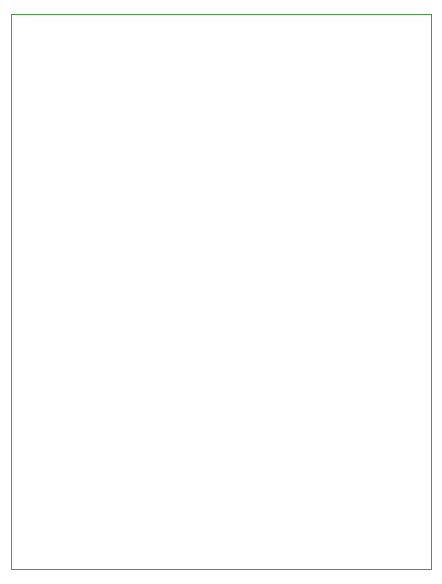
<source format=gbr>
%TF.GenerationSoftware,KiCad,Pcbnew,6.0.4-6f826c9f35~116~ubuntu20.04.1*%
%TF.CreationDate,2022-05-04T13:56:28-03:00*%
%TF.ProjectId,projeto1,70726f6a-6574-46f3-912e-6b696361645f,rev?*%
%TF.SameCoordinates,Original*%
%TF.FileFunction,Profile,NP*%
%FSLAX46Y46*%
G04 Gerber Fmt 4.6, Leading zero omitted, Abs format (unit mm)*
G04 Created by KiCad (PCBNEW 6.0.4-6f826c9f35~116~ubuntu20.04.1) date 2022-05-04 13:56:28*
%MOMM*%
%LPD*%
G01*
G04 APERTURE LIST*
%TA.AperFunction,Profile*%
%ADD10C,0.100000*%
%TD*%
G04 APERTURE END LIST*
D10*
X143510000Y-49530000D02*
X168910000Y-49530000D01*
X143510000Y-96520000D02*
X143510000Y-49530000D01*
X179070000Y-96520000D02*
X143510000Y-96520000D01*
X179070000Y-49530000D02*
X179070000Y-96520000D01*
X168910000Y-49530000D02*
X179070000Y-49530000D01*
M02*

</source>
